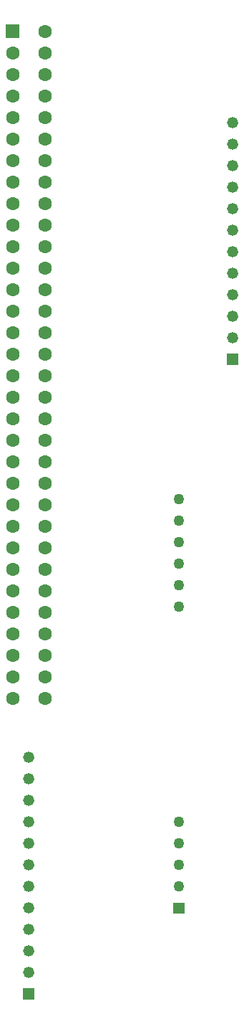
<source format=gbr>
G04 start of page 3 for group 5 layer_idx 5 *
G04 Title: (unknown), Intern *
G04 Creator: pcb-rnd 2.3.0 *
G04 CreationDate: 2021-04-02 01:52:25 UTC *
G04 For:  *
G04 Format: Gerber/RS-274X *
G04 PCB-Dimensions: 300000 500000 *
G04 PCB-Coordinate-Origin: lower left *
%MOIN*%
%FSLAX25Y25*%
%LNINTERN_COPPER_NONE_5*%
%ADD24C,0.0300*%
%ADD23C,0.0320*%
%ADD22C,0.0430*%
%ADD21C,0.0500*%
%ADD20C,0.0520*%
%ADD19C,0.0001*%
%ADD18C,0.0630*%
G54D18*X85000Y160000D03*
Y170000D03*
Y180000D03*
Y190000D03*
Y230000D03*
Y240000D03*
Y250000D03*
Y260000D03*
Y200000D03*
Y210000D03*
Y220000D03*
Y270000D03*
Y280000D03*
Y290000D03*
Y330000D03*
Y340000D03*
Y350000D03*
Y360000D03*
Y300000D03*
Y310000D03*
Y320000D03*
Y370000D03*
Y380000D03*
Y390000D03*
Y430000D03*
Y440000D03*
Y450000D03*
Y460000D03*
Y400000D03*
Y410000D03*
Y420000D03*
Y470000D03*
X70000Y160000D03*
Y170000D03*
Y180000D03*
Y220000D03*
Y230000D03*
Y240000D03*
Y250000D03*
Y190000D03*
Y200000D03*
Y210000D03*
Y260000D03*
Y270000D03*
Y280000D03*
Y320000D03*
Y330000D03*
Y340000D03*
Y350000D03*
Y290000D03*
Y300000D03*
Y310000D03*
Y360000D03*
Y370000D03*
Y380000D03*
Y420000D03*
Y430000D03*
Y440000D03*
Y450000D03*
Y390000D03*
Y400000D03*
Y410000D03*
Y460000D03*
G54D19*G36*
X66850Y466850D02*X73150D01*
Y473150D01*
X66850D01*
Y466850D01*
G37*
G54D20*X77500Y132500D03*
Y122500D03*
Y112500D03*
Y102500D03*
Y92500D03*
Y82500D03*
Y72500D03*
Y62500D03*
Y52500D03*
Y42500D03*
Y32500D03*
G54D19*G36*
X74900Y19900D02*X80100D01*
Y25100D01*
X74900D01*
Y19900D01*
G37*
G54D21*X147500Y92500D03*
Y102500D03*
Y202500D03*
Y212500D03*
G54D19*G36*
X144950Y59950D02*X150050D01*
Y65050D01*
X144950D01*
Y59950D01*
G37*
G54D21*X147500Y72500D03*
Y82500D03*
Y222500D03*
Y232500D03*
Y242500D03*
Y252500D03*
G54D19*G36*
X169900Y314900D02*X175100D01*
Y320100D01*
X169900D01*
Y314900D01*
G37*
G54D20*X172500Y327500D03*
Y337500D03*
Y347500D03*
Y387500D03*
Y397500D03*
Y407500D03*
Y417500D03*
Y357500D03*
Y367500D03*
Y377500D03*
Y427500D03*
G54D22*G54D23*G54D24*G54D23*M02*

</source>
